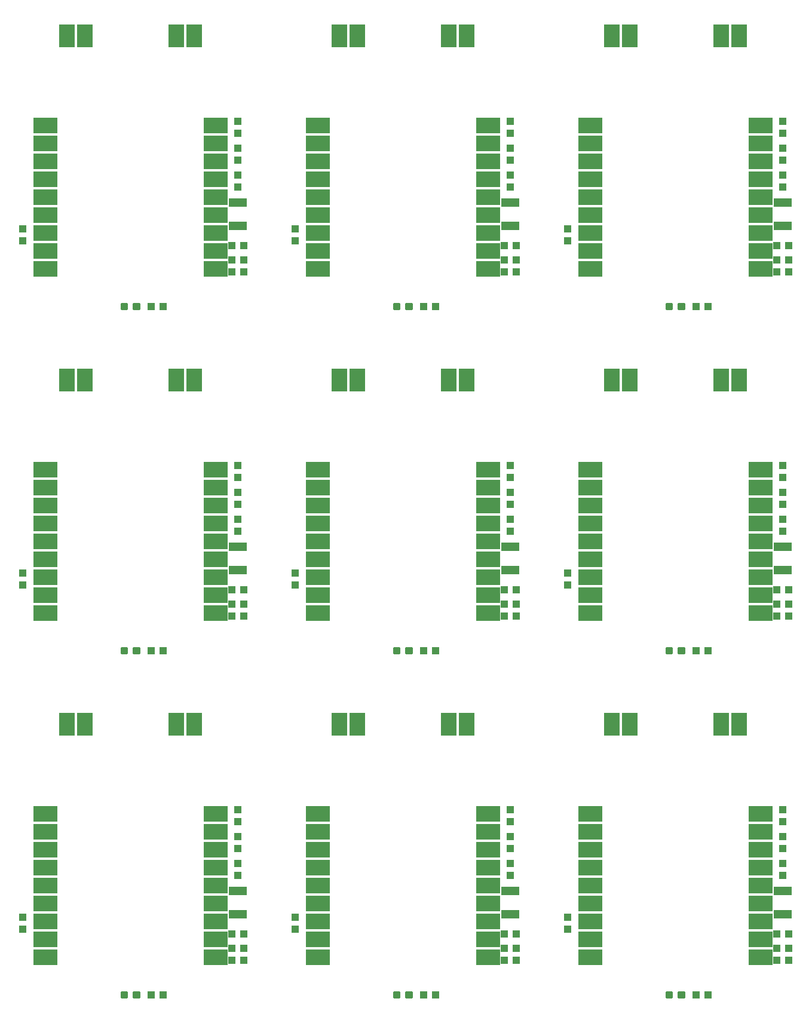
<source format=gtp>
G04 EAGLE Gerber RS-274X export*
G75*
%MOMM*%
%FSLAX34Y34*%
%LPD*%
%INSolderpaste Top*%
%IPPOS*%
%AMOC8*
5,1,8,0,0,1.08239X$1,22.5*%
G01*
%ADD10R,1.100000X1.000000*%
%ADD11C,0.300000*%
%ADD12R,3.400000X2.200000*%
%ADD13R,2.254000X3.254000*%
%ADD14R,1.000000X1.100000*%
%ADD15R,2.500000X1.200000*%


D10*
X334400Y62230D03*
X351400Y62230D03*
X334400Y78740D03*
X351400Y78740D03*
X334400Y99060D03*
X351400Y99060D03*
D11*
X185230Y16200D02*
X185230Y9200D01*
X178230Y9200D01*
X178230Y16200D01*
X185230Y16200D01*
X185230Y12050D02*
X178230Y12050D01*
X178230Y14900D02*
X185230Y14900D01*
X202770Y16200D02*
X202770Y9200D01*
X195770Y9200D01*
X195770Y16200D01*
X202770Y16200D01*
X202770Y12050D02*
X195770Y12050D01*
X195770Y14900D02*
X202770Y14900D01*
D12*
X311500Y65900D03*
D13*
X280500Y396900D03*
X255100Y396900D03*
X125900Y396900D03*
X100500Y396900D03*
D12*
X311500Y91300D03*
X311500Y116700D03*
X311500Y142100D03*
X311500Y167500D03*
X311500Y192900D03*
X311500Y218300D03*
X311500Y243700D03*
X311500Y269100D03*
X70200Y65900D03*
X70200Y91300D03*
X70200Y116700D03*
X70200Y142100D03*
X70200Y167500D03*
X70200Y192900D03*
X70200Y218300D03*
X70200Y243700D03*
X70200Y269100D03*
D14*
X38100Y105800D03*
X38100Y122800D03*
X342900Y199000D03*
X342900Y182000D03*
X342900Y275200D03*
X342900Y258200D03*
X342900Y237100D03*
X342900Y220100D03*
D10*
X220100Y12700D03*
X237100Y12700D03*
D15*
X342900Y160010D03*
X342900Y127010D03*
D10*
X720480Y62230D03*
X737480Y62230D03*
X720480Y78740D03*
X737480Y78740D03*
X720480Y99060D03*
X737480Y99060D03*
D11*
X571310Y16200D02*
X571310Y9200D01*
X564310Y9200D01*
X564310Y16200D01*
X571310Y16200D01*
X571310Y12050D02*
X564310Y12050D01*
X564310Y14900D02*
X571310Y14900D01*
X588850Y16200D02*
X588850Y9200D01*
X581850Y9200D01*
X581850Y16200D01*
X588850Y16200D01*
X588850Y12050D02*
X581850Y12050D01*
X581850Y14900D02*
X588850Y14900D01*
D12*
X697580Y65900D03*
D13*
X666580Y396900D03*
X641180Y396900D03*
X511980Y396900D03*
X486580Y396900D03*
D12*
X697580Y91300D03*
X697580Y116700D03*
X697580Y142100D03*
X697580Y167500D03*
X697580Y192900D03*
X697580Y218300D03*
X697580Y243700D03*
X697580Y269100D03*
X456280Y65900D03*
X456280Y91300D03*
X456280Y116700D03*
X456280Y142100D03*
X456280Y167500D03*
X456280Y192900D03*
X456280Y218300D03*
X456280Y243700D03*
X456280Y269100D03*
D14*
X424180Y105800D03*
X424180Y122800D03*
X728980Y199000D03*
X728980Y182000D03*
X728980Y275200D03*
X728980Y258200D03*
X728980Y237100D03*
X728980Y220100D03*
D10*
X606180Y12700D03*
X623180Y12700D03*
D15*
X728980Y160010D03*
X728980Y127010D03*
D10*
X1106560Y62230D03*
X1123560Y62230D03*
X1106560Y78740D03*
X1123560Y78740D03*
X1106560Y99060D03*
X1123560Y99060D03*
D11*
X957390Y16200D02*
X957390Y9200D01*
X950390Y9200D01*
X950390Y16200D01*
X957390Y16200D01*
X957390Y12050D02*
X950390Y12050D01*
X950390Y14900D02*
X957390Y14900D01*
X974930Y16200D02*
X974930Y9200D01*
X967930Y9200D01*
X967930Y16200D01*
X974930Y16200D01*
X974930Y12050D02*
X967930Y12050D01*
X967930Y14900D02*
X974930Y14900D01*
D12*
X1083660Y65900D03*
D13*
X1052660Y396900D03*
X1027260Y396900D03*
X898060Y396900D03*
X872660Y396900D03*
D12*
X1083660Y91300D03*
X1083660Y116700D03*
X1083660Y142100D03*
X1083660Y167500D03*
X1083660Y192900D03*
X1083660Y218300D03*
X1083660Y243700D03*
X1083660Y269100D03*
X842360Y65900D03*
X842360Y91300D03*
X842360Y116700D03*
X842360Y142100D03*
X842360Y167500D03*
X842360Y192900D03*
X842360Y218300D03*
X842360Y243700D03*
X842360Y269100D03*
D14*
X810260Y105800D03*
X810260Y122800D03*
X1115060Y199000D03*
X1115060Y182000D03*
X1115060Y275200D03*
X1115060Y258200D03*
X1115060Y237100D03*
X1115060Y220100D03*
D10*
X992260Y12700D03*
X1009260Y12700D03*
D15*
X1115060Y160010D03*
X1115060Y127010D03*
D10*
X334400Y549910D03*
X351400Y549910D03*
X334400Y566420D03*
X351400Y566420D03*
X334400Y586740D03*
X351400Y586740D03*
D11*
X185230Y503880D02*
X185230Y496880D01*
X178230Y496880D01*
X178230Y503880D01*
X185230Y503880D01*
X185230Y499730D02*
X178230Y499730D01*
X178230Y502580D02*
X185230Y502580D01*
X202770Y503880D02*
X202770Y496880D01*
X195770Y496880D01*
X195770Y503880D01*
X202770Y503880D01*
X202770Y499730D02*
X195770Y499730D01*
X195770Y502580D02*
X202770Y502580D01*
D12*
X311500Y553580D03*
D13*
X280500Y884580D03*
X255100Y884580D03*
X125900Y884580D03*
X100500Y884580D03*
D12*
X311500Y578980D03*
X311500Y604380D03*
X311500Y629780D03*
X311500Y655180D03*
X311500Y680580D03*
X311500Y705980D03*
X311500Y731380D03*
X311500Y756780D03*
X70200Y553580D03*
X70200Y578980D03*
X70200Y604380D03*
X70200Y629780D03*
X70200Y655180D03*
X70200Y680580D03*
X70200Y705980D03*
X70200Y731380D03*
X70200Y756780D03*
D14*
X38100Y593480D03*
X38100Y610480D03*
X342900Y686680D03*
X342900Y669680D03*
X342900Y762880D03*
X342900Y745880D03*
X342900Y724780D03*
X342900Y707780D03*
D10*
X220100Y500380D03*
X237100Y500380D03*
D15*
X342900Y647690D03*
X342900Y614690D03*
D10*
X720480Y549910D03*
X737480Y549910D03*
X720480Y566420D03*
X737480Y566420D03*
X720480Y586740D03*
X737480Y586740D03*
D11*
X571310Y503880D02*
X571310Y496880D01*
X564310Y496880D01*
X564310Y503880D01*
X571310Y503880D01*
X571310Y499730D02*
X564310Y499730D01*
X564310Y502580D02*
X571310Y502580D01*
X588850Y503880D02*
X588850Y496880D01*
X581850Y496880D01*
X581850Y503880D01*
X588850Y503880D01*
X588850Y499730D02*
X581850Y499730D01*
X581850Y502580D02*
X588850Y502580D01*
D12*
X697580Y553580D03*
D13*
X666580Y884580D03*
X641180Y884580D03*
X511980Y884580D03*
X486580Y884580D03*
D12*
X697580Y578980D03*
X697580Y604380D03*
X697580Y629780D03*
X697580Y655180D03*
X697580Y680580D03*
X697580Y705980D03*
X697580Y731380D03*
X697580Y756780D03*
X456280Y553580D03*
X456280Y578980D03*
X456280Y604380D03*
X456280Y629780D03*
X456280Y655180D03*
X456280Y680580D03*
X456280Y705980D03*
X456280Y731380D03*
X456280Y756780D03*
D14*
X424180Y593480D03*
X424180Y610480D03*
X728980Y686680D03*
X728980Y669680D03*
X728980Y762880D03*
X728980Y745880D03*
X728980Y724780D03*
X728980Y707780D03*
D10*
X606180Y500380D03*
X623180Y500380D03*
D15*
X728980Y647690D03*
X728980Y614690D03*
D10*
X1106560Y549910D03*
X1123560Y549910D03*
X1106560Y566420D03*
X1123560Y566420D03*
X1106560Y586740D03*
X1123560Y586740D03*
D11*
X957390Y503880D02*
X957390Y496880D01*
X950390Y496880D01*
X950390Y503880D01*
X957390Y503880D01*
X957390Y499730D02*
X950390Y499730D01*
X950390Y502580D02*
X957390Y502580D01*
X974930Y503880D02*
X974930Y496880D01*
X967930Y496880D01*
X967930Y503880D01*
X974930Y503880D01*
X974930Y499730D02*
X967930Y499730D01*
X967930Y502580D02*
X974930Y502580D01*
D12*
X1083660Y553580D03*
D13*
X1052660Y884580D03*
X1027260Y884580D03*
X898060Y884580D03*
X872660Y884580D03*
D12*
X1083660Y578980D03*
X1083660Y604380D03*
X1083660Y629780D03*
X1083660Y655180D03*
X1083660Y680580D03*
X1083660Y705980D03*
X1083660Y731380D03*
X1083660Y756780D03*
X842360Y553580D03*
X842360Y578980D03*
X842360Y604380D03*
X842360Y629780D03*
X842360Y655180D03*
X842360Y680580D03*
X842360Y705980D03*
X842360Y731380D03*
X842360Y756780D03*
D14*
X810260Y593480D03*
X810260Y610480D03*
X1115060Y686680D03*
X1115060Y669680D03*
X1115060Y762880D03*
X1115060Y745880D03*
X1115060Y724780D03*
X1115060Y707780D03*
D10*
X992260Y500380D03*
X1009260Y500380D03*
D15*
X1115060Y647690D03*
X1115060Y614690D03*
D10*
X334400Y1037590D03*
X351400Y1037590D03*
X334400Y1054100D03*
X351400Y1054100D03*
X334400Y1074420D03*
X351400Y1074420D03*
D11*
X185230Y991560D02*
X185230Y984560D01*
X178230Y984560D01*
X178230Y991560D01*
X185230Y991560D01*
X185230Y987410D02*
X178230Y987410D01*
X178230Y990260D02*
X185230Y990260D01*
X202770Y991560D02*
X202770Y984560D01*
X195770Y984560D01*
X195770Y991560D01*
X202770Y991560D01*
X202770Y987410D02*
X195770Y987410D01*
X195770Y990260D02*
X202770Y990260D01*
D12*
X311500Y1041260D03*
D13*
X280500Y1372260D03*
X255100Y1372260D03*
X125900Y1372260D03*
X100500Y1372260D03*
D12*
X311500Y1066660D03*
X311500Y1092060D03*
X311500Y1117460D03*
X311500Y1142860D03*
X311500Y1168260D03*
X311500Y1193660D03*
X311500Y1219060D03*
X311500Y1244460D03*
X70200Y1041260D03*
X70200Y1066660D03*
X70200Y1092060D03*
X70200Y1117460D03*
X70200Y1142860D03*
X70200Y1168260D03*
X70200Y1193660D03*
X70200Y1219060D03*
X70200Y1244460D03*
D14*
X38100Y1081160D03*
X38100Y1098160D03*
X342900Y1174360D03*
X342900Y1157360D03*
X342900Y1250560D03*
X342900Y1233560D03*
X342900Y1212460D03*
X342900Y1195460D03*
D10*
X220100Y988060D03*
X237100Y988060D03*
D15*
X342900Y1135370D03*
X342900Y1102370D03*
D10*
X720480Y1037590D03*
X737480Y1037590D03*
X720480Y1054100D03*
X737480Y1054100D03*
X720480Y1074420D03*
X737480Y1074420D03*
D11*
X571310Y991560D02*
X571310Y984560D01*
X564310Y984560D01*
X564310Y991560D01*
X571310Y991560D01*
X571310Y987410D02*
X564310Y987410D01*
X564310Y990260D02*
X571310Y990260D01*
X588850Y991560D02*
X588850Y984560D01*
X581850Y984560D01*
X581850Y991560D01*
X588850Y991560D01*
X588850Y987410D02*
X581850Y987410D01*
X581850Y990260D02*
X588850Y990260D01*
D12*
X697580Y1041260D03*
D13*
X666580Y1372260D03*
X641180Y1372260D03*
X511980Y1372260D03*
X486580Y1372260D03*
D12*
X697580Y1066660D03*
X697580Y1092060D03*
X697580Y1117460D03*
X697580Y1142860D03*
X697580Y1168260D03*
X697580Y1193660D03*
X697580Y1219060D03*
X697580Y1244460D03*
X456280Y1041260D03*
X456280Y1066660D03*
X456280Y1092060D03*
X456280Y1117460D03*
X456280Y1142860D03*
X456280Y1168260D03*
X456280Y1193660D03*
X456280Y1219060D03*
X456280Y1244460D03*
D14*
X424180Y1081160D03*
X424180Y1098160D03*
X728980Y1174360D03*
X728980Y1157360D03*
X728980Y1250560D03*
X728980Y1233560D03*
X728980Y1212460D03*
X728980Y1195460D03*
D10*
X606180Y988060D03*
X623180Y988060D03*
D15*
X728980Y1135370D03*
X728980Y1102370D03*
D10*
X1106560Y1037590D03*
X1123560Y1037590D03*
X1106560Y1054100D03*
X1123560Y1054100D03*
X1106560Y1074420D03*
X1123560Y1074420D03*
D11*
X957390Y991560D02*
X957390Y984560D01*
X950390Y984560D01*
X950390Y991560D01*
X957390Y991560D01*
X957390Y987410D02*
X950390Y987410D01*
X950390Y990260D02*
X957390Y990260D01*
X974930Y991560D02*
X974930Y984560D01*
X967930Y984560D01*
X967930Y991560D01*
X974930Y991560D01*
X974930Y987410D02*
X967930Y987410D01*
X967930Y990260D02*
X974930Y990260D01*
D12*
X1083660Y1041260D03*
D13*
X1052660Y1372260D03*
X1027260Y1372260D03*
X898060Y1372260D03*
X872660Y1372260D03*
D12*
X1083660Y1066660D03*
X1083660Y1092060D03*
X1083660Y1117460D03*
X1083660Y1142860D03*
X1083660Y1168260D03*
X1083660Y1193660D03*
X1083660Y1219060D03*
X1083660Y1244460D03*
X842360Y1041260D03*
X842360Y1066660D03*
X842360Y1092060D03*
X842360Y1117460D03*
X842360Y1142860D03*
X842360Y1168260D03*
X842360Y1193660D03*
X842360Y1219060D03*
X842360Y1244460D03*
D14*
X810260Y1081160D03*
X810260Y1098160D03*
X1115060Y1174360D03*
X1115060Y1157360D03*
X1115060Y1250560D03*
X1115060Y1233560D03*
X1115060Y1212460D03*
X1115060Y1195460D03*
D10*
X992260Y988060D03*
X1009260Y988060D03*
D15*
X1115060Y1135370D03*
X1115060Y1102370D03*
M02*

</source>
